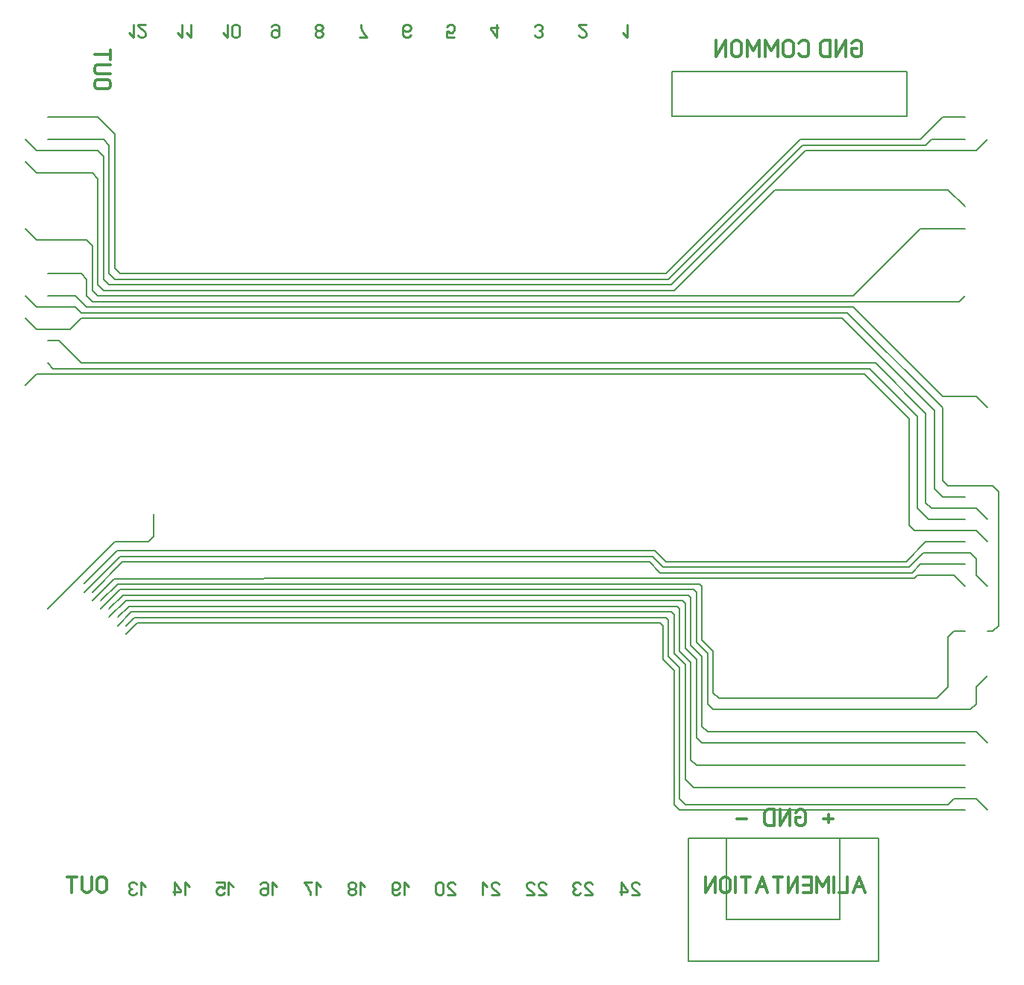
<source format=gbr>
%FSLAX34Y34*%
%MOMM*%
%LNSILK_BOTTOM*%
G71*
G01*
%ADD10C,0.333*%
%ADD11C,0.150*%
%ADD12C,0.254*%
%ADD13C,0.318*%
%ADD14C,0.200*%
%LPD*%
G54D10*
X1018748Y91884D02*
X1007548Y91884D01*
G54D10*
X1013148Y96551D02*
X1013148Y87217D01*
G54D10*
X981789Y93051D02*
X976189Y93051D01*
X976189Y87217D01*
X977589Y84884D01*
X980389Y83717D01*
X983189Y83717D01*
X985989Y84884D01*
X987389Y87217D01*
X987389Y98884D01*
X985989Y101217D01*
X983189Y102384D01*
X980389Y102384D01*
X977589Y101217D01*
X976189Y98884D01*
G54D10*
X969656Y83717D02*
X969656Y102384D01*
X958456Y83717D01*
X958456Y102384D01*
G54D10*
X951923Y83717D02*
X951923Y102384D01*
X944923Y102384D01*
X942123Y101217D01*
X940723Y98884D01*
X940723Y87217D01*
X942123Y84884D01*
X944923Y83717D01*
X951923Y83717D01*
G54D10*
X920564Y91884D02*
X909364Y91884D01*
G54D11*
X1102879Y890025D02*
X1102879Y940825D01*
X836179Y940825D01*
X836179Y890025D01*
X1102879Y890025D01*
G54D10*
X1045527Y966925D02*
X1039927Y966925D01*
X1039927Y961092D01*
X1041327Y958759D01*
X1044127Y957592D01*
X1046927Y957592D01*
X1049727Y958759D01*
X1051127Y961092D01*
X1051127Y972759D01*
X1049727Y975092D01*
X1046927Y976259D01*
X1044127Y976259D01*
X1041327Y975092D01*
X1039927Y972759D01*
G54D10*
X1033394Y957592D02*
X1033394Y976259D01*
X1022194Y957592D01*
X1022194Y976259D01*
G54D10*
X1015661Y957592D02*
X1015661Y976259D01*
X1008661Y976259D01*
X1005861Y975092D01*
X1004461Y972759D01*
X1004461Y961092D01*
X1005861Y958759D01*
X1008661Y957592D01*
X1015661Y957592D01*
G54D10*
X979915Y961092D02*
X981315Y958759D01*
X984115Y957592D01*
X986915Y957592D01*
X989715Y958759D01*
X991115Y961092D01*
X991115Y972759D01*
X989715Y975092D01*
X986915Y976259D01*
X984115Y976259D01*
X981315Y975092D01*
X979915Y972759D01*
G54D10*
X962182Y972759D02*
X962182Y961092D01*
X963582Y958759D01*
X966382Y957592D01*
X969182Y957592D01*
X971982Y958759D01*
X973382Y961092D01*
X973382Y972759D01*
X971982Y975092D01*
X969182Y976259D01*
X966382Y976259D01*
X963582Y975092D01*
X962182Y972759D01*
G54D10*
X955649Y957592D02*
X955649Y976259D01*
X948649Y964592D01*
X941649Y976259D01*
X941649Y957592D01*
G54D10*
X935116Y957592D02*
X935116Y976259D01*
X928116Y964592D01*
X921116Y976259D01*
X921116Y957592D01*
G54D10*
X903383Y972759D02*
X903383Y961092D01*
X904783Y958759D01*
X907583Y957592D01*
X910383Y957592D01*
X913183Y958759D01*
X914583Y961092D01*
X914583Y972759D01*
X913183Y975092D01*
X910383Y976259D01*
X907583Y976259D01*
X904783Y975092D01*
X903383Y972759D01*
G54D10*
X896850Y957592D02*
X896850Y976259D01*
X885650Y957592D01*
X885650Y976259D01*
G54D11*
X907900Y69300D02*
X897900Y69300D01*
X897900Y-22700D01*
X1026100Y-22700D01*
X1026100Y69300D01*
X1016100Y69300D01*
G54D11*
X854050Y-69700D02*
X854050Y70000D01*
X1069950Y70000D01*
X1069950Y-69700D01*
X854050Y-69700D01*
G54D12*
X219236Y985345D02*
X224570Y980012D01*
X224570Y994234D01*
G54D12*
X238081Y994234D02*
X229547Y994234D01*
X229547Y993345D01*
X230614Y991567D01*
X237014Y986234D01*
X238081Y984456D01*
X238080Y982678D01*
X237014Y980900D01*
X234881Y980012D01*
X232747Y980012D01*
X230614Y980900D01*
X229547Y982678D01*
G54D12*
X274204Y985345D02*
X279538Y980012D01*
X279538Y994234D01*
G54D12*
X284515Y985345D02*
X289849Y980012D01*
X289849Y994234D01*
G54D12*
X325972Y985345D02*
X331306Y980012D01*
X331306Y994234D01*
G54D12*
X344817Y982678D02*
X344817Y991567D01*
X343750Y993345D01*
X341617Y994234D01*
X339483Y994234D01*
X337350Y993345D01*
X336283Y991567D01*
X336283Y982678D01*
X337350Y980900D01*
X339483Y980012D01*
X341617Y980012D01*
X343750Y980901D01*
X344817Y982678D01*
G54D12*
X380940Y991567D02*
X382007Y993345D01*
X384140Y994234D01*
X386274Y994234D01*
X388407Y993345D01*
X389474Y991567D01*
X389474Y987123D01*
X389474Y986234D01*
X386274Y988012D01*
X384140Y988012D01*
X382007Y987123D01*
X380940Y985345D01*
X380940Y982678D01*
X382007Y980900D01*
X384140Y980012D01*
X386274Y980012D01*
X388407Y980900D01*
X389474Y982678D01*
X389474Y987123D01*
G54D12*
X436122Y987123D02*
X433988Y987123D01*
X431855Y986234D01*
X430788Y984456D01*
X430788Y982678D01*
X431855Y980900D01*
X433988Y980012D01*
X436122Y980012D01*
X438255Y980901D01*
X439322Y982678D01*
X439322Y984456D01*
X438255Y986234D01*
X436122Y987123D01*
X438255Y988012D01*
X439322Y989790D01*
X439322Y991567D01*
X438255Y993345D01*
X436122Y994234D01*
X433988Y994234D01*
X431855Y993345D01*
X430788Y991567D01*
X430788Y989790D01*
X431855Y988012D01*
X433988Y987123D01*
G54D12*
X480636Y980012D02*
X489170Y980012D01*
X488103Y981790D01*
X485970Y984456D01*
X483836Y988012D01*
X482770Y990678D01*
X482770Y994234D01*
G54D12*
X539018Y982678D02*
X537951Y980901D01*
X535818Y980012D01*
X533684Y980012D01*
X531551Y980900D01*
X530484Y982678D01*
X530484Y987123D01*
X530484Y988012D01*
X533684Y986234D01*
X535818Y986234D01*
X537951Y987123D01*
X539018Y988900D01*
X539018Y991567D01*
X537951Y993345D01*
X535818Y994234D01*
X533684Y994234D01*
X531551Y993345D01*
X530484Y991567D01*
X530484Y987123D01*
G54D12*
X588866Y980012D02*
X580332Y980012D01*
X580332Y986234D01*
X581399Y986234D01*
X583532Y985345D01*
X585666Y985345D01*
X587799Y986234D01*
X588866Y988012D01*
X588866Y991567D01*
X587799Y993345D01*
X585666Y994234D01*
X583532Y994234D01*
X581399Y993345D01*
X580332Y991567D01*
G54D12*
X636580Y994234D02*
X636580Y980012D01*
X630180Y988900D01*
X630180Y990678D01*
X638714Y990678D01*
G54D12*
X680028Y982678D02*
X681095Y980900D01*
X683228Y980012D01*
X685362Y980012D01*
X687495Y980900D01*
X688562Y982678D01*
X688562Y984456D01*
X687495Y986234D01*
X685362Y987123D01*
X687495Y988012D01*
X688562Y989790D01*
X688562Y991567D01*
X687495Y993345D01*
X685362Y994234D01*
X683228Y994234D01*
X681095Y993345D01*
X680028Y991567D01*
G54D12*
X738410Y994234D02*
X729876Y994234D01*
X729876Y993345D01*
X730943Y991567D01*
X737343Y986234D01*
X738410Y984456D01*
X738410Y982678D01*
X737343Y980900D01*
X735210Y980012D01*
X733076Y980012D01*
X730943Y980900D01*
X729876Y982678D01*
G54D12*
X779724Y985345D02*
X785058Y980012D01*
X785058Y994234D01*
G54D13*
X183006Y22563D02*
X183006Y11452D01*
X184339Y9230D01*
X187006Y8119D01*
X189672Y8119D01*
X192339Y9230D01*
X193672Y11452D01*
X193672Y22563D01*
X192339Y24785D01*
X189672Y25897D01*
X187006Y25897D01*
X184339Y24785D01*
X183006Y22563D01*
G54D13*
X176783Y25897D02*
X176783Y11452D01*
X175450Y9230D01*
X172783Y8119D01*
X170117Y8119D01*
X167450Y9230D01*
X166117Y11452D01*
X166117Y25897D01*
G54D13*
X154561Y8119D02*
X154561Y25897D01*
G54D13*
X159894Y25897D02*
X149228Y25897D01*
G54D12*
X789918Y5384D02*
X798451Y5384D01*
X798451Y6273D01*
X797385Y8051D01*
X790985Y13384D01*
X789918Y15162D01*
X789918Y16940D01*
X790985Y18717D01*
X793118Y19606D01*
X795251Y19606D01*
X797385Y18717D01*
X798451Y16940D01*
G54D12*
X778540Y5384D02*
X778540Y19606D01*
X784940Y10717D01*
X784940Y8940D01*
X776407Y8940D01*
G54D12*
X736941Y5384D02*
X745474Y5384D01*
X745474Y6273D01*
X744408Y8051D01*
X738008Y13384D01*
X736941Y15162D01*
X736941Y16940D01*
X738008Y18717D01*
X740141Y19606D01*
X742274Y19606D01*
X744408Y18717D01*
X745474Y16940D01*
G54D12*
X731963Y16940D02*
X730897Y18717D01*
X728763Y19606D01*
X726630Y19606D01*
X724497Y18717D01*
X723430Y16940D01*
X723430Y15162D01*
X724497Y13384D01*
X726630Y12495D01*
X724497Y11606D01*
X723430Y9828D01*
X723430Y8050D01*
X724497Y6273D01*
X726630Y5384D01*
X728763Y5384D01*
X730897Y6273D01*
X731963Y8050D01*
G54D12*
X683964Y5384D02*
X692497Y5384D01*
X692497Y6273D01*
X691431Y8051D01*
X685031Y13384D01*
X683964Y15162D01*
X683964Y16940D01*
X685031Y18717D01*
X687164Y19606D01*
X689297Y19606D01*
X691431Y18717D01*
X692497Y16940D01*
G54D12*
X670453Y5384D02*
X678986Y5384D01*
X678986Y6273D01*
X677920Y8051D01*
X671520Y13384D01*
X670453Y15162D01*
X670453Y16940D01*
X671520Y18717D01*
X673653Y19606D01*
X675786Y19606D01*
X677920Y18717D01*
X678986Y16940D01*
G54D12*
X630987Y5384D02*
X639520Y5384D01*
X639520Y6273D01*
X638454Y8051D01*
X632054Y13384D01*
X630987Y15162D01*
X630987Y16940D01*
X632054Y18717D01*
X634187Y19606D01*
X636320Y19606D01*
X638454Y18717D01*
X639520Y16940D01*
G54D12*
X626009Y14273D02*
X620676Y19606D01*
X620676Y5384D01*
G54D12*
X581210Y5384D02*
X589743Y5384D01*
X589743Y6273D01*
X588676Y8051D01*
X582276Y13384D01*
X581210Y15162D01*
X581210Y16940D01*
X582276Y18717D01*
X584410Y19606D01*
X586543Y19606D01*
X588676Y18717D01*
X589743Y16940D01*
G54D12*
X567699Y16940D02*
X567699Y8051D01*
X568766Y6273D01*
X570899Y5384D01*
X573032Y5384D01*
X575166Y6273D01*
X576232Y8051D01*
X576232Y16940D01*
X575166Y18717D01*
X573032Y19606D01*
X570899Y19606D01*
X568766Y18717D01*
X567699Y16940D01*
G54D12*
X536766Y14273D02*
X531433Y19606D01*
X531433Y5384D01*
G54D12*
X526455Y8051D02*
X525388Y6273D01*
X523255Y5384D01*
X521122Y5384D01*
X518988Y6273D01*
X517922Y8051D01*
X517922Y12495D01*
X517922Y13384D01*
X521122Y11606D01*
X523255Y11606D01*
X525389Y12495D01*
X526455Y14273D01*
X526455Y16940D01*
X525388Y18717D01*
X523255Y19606D01*
X521122Y19606D01*
X518988Y18717D01*
X517922Y16940D01*
X517922Y12495D01*
G54D12*
X486989Y14273D02*
X481656Y19606D01*
X481656Y5384D01*
G54D12*
X471345Y12495D02*
X473478Y12495D01*
X475612Y13384D01*
X476678Y15162D01*
X476678Y16940D01*
X475612Y18717D01*
X473478Y19606D01*
X471345Y19606D01*
X469212Y18717D01*
X468145Y16940D01*
X468145Y15162D01*
X469212Y13384D01*
X471345Y12495D01*
X469212Y11606D01*
X468145Y9828D01*
X468145Y8050D01*
X469212Y6273D01*
X471345Y5384D01*
X473478Y5384D01*
X475612Y6273D01*
X476678Y8051D01*
X476678Y9828D01*
X475612Y11606D01*
X473478Y12495D01*
G54D12*
X437212Y14273D02*
X431879Y19606D01*
X431879Y5384D01*
G54D12*
X426901Y19606D02*
X418368Y19606D01*
X419434Y17828D01*
X421568Y15162D01*
X423701Y11606D01*
X424768Y8940D01*
X424768Y5384D01*
G54D12*
X387435Y14273D02*
X382102Y19606D01*
X382102Y5384D01*
G54D12*
X368591Y16940D02*
X369658Y18717D01*
X371791Y19606D01*
X373924Y19606D01*
X376058Y18717D01*
X377124Y16940D01*
X377124Y12495D01*
X377124Y11606D01*
X373924Y13384D01*
X371791Y13384D01*
X369658Y12495D01*
X368591Y10717D01*
X368591Y8051D01*
X369658Y6273D01*
X371791Y5384D01*
X373924Y5384D01*
X376058Y6273D01*
X377124Y8051D01*
X377124Y12495D01*
G54D12*
X337658Y14273D02*
X332325Y19606D01*
X332325Y5384D01*
G54D12*
X318814Y19606D02*
X327347Y19606D01*
X327347Y13384D01*
X326280Y13384D01*
X324147Y14273D01*
X322014Y14273D01*
X319880Y13384D01*
X318814Y11606D01*
X318814Y8051D01*
X319880Y6273D01*
X322014Y5384D01*
X324147Y5384D01*
X326280Y6273D01*
X327347Y8051D01*
G54D12*
X287881Y14273D02*
X282548Y19606D01*
X282548Y5384D01*
G54D12*
X271170Y5384D02*
X271170Y19606D01*
X277570Y10717D01*
X277570Y8940D01*
X269037Y8940D01*
G54D12*
X238104Y14273D02*
X232771Y19606D01*
X232771Y5384D01*
G54D12*
X227793Y16940D02*
X226727Y18717D01*
X224593Y19606D01*
X222460Y19606D01*
X220326Y18717D01*
X219260Y16940D01*
X219260Y15162D01*
X220327Y13384D01*
X222460Y12495D01*
X220326Y11606D01*
X219260Y9828D01*
X219260Y8051D01*
X220326Y6273D01*
X222460Y5384D01*
X224593Y5384D01*
X226726Y6273D01*
X227793Y8051D01*
G54D13*
X194888Y931741D02*
X183776Y931741D01*
X181554Y930408D01*
X180443Y927741D01*
X180443Y925074D01*
X181554Y922408D01*
X183776Y921074D01*
X194888Y921074D01*
X197110Y922408D01*
X198221Y925074D01*
X198221Y927741D01*
X197110Y930408D01*
X194888Y931741D01*
G54D13*
X198221Y937963D02*
X183776Y937963D01*
X181554Y939297D01*
X180443Y941963D01*
X180443Y944630D01*
X181554Y947297D01*
X183776Y948630D01*
X198221Y948630D01*
G54D13*
X180443Y960186D02*
X198221Y960186D01*
G54D13*
X198221Y954852D02*
X198221Y965519D01*
G54D13*
X1054707Y7570D02*
X1048040Y25347D01*
X1041374Y7570D01*
G54D13*
X1052040Y14236D02*
X1044040Y14236D01*
G54D13*
X1035152Y25347D02*
X1035152Y7570D01*
X1025819Y7570D01*
G54D13*
X1019597Y7570D02*
X1019597Y25347D01*
G54D13*
X1013375Y7570D02*
X1013375Y25347D01*
X1006708Y14236D01*
X1000042Y25347D01*
X1000042Y7570D01*
G54D13*
X984487Y7570D02*
X993820Y7570D01*
X993820Y25347D01*
X984487Y25347D01*
G54D13*
X993820Y16458D02*
X984487Y16458D01*
G54D13*
X978265Y7570D02*
X978265Y25347D01*
X967598Y7570D01*
X967598Y25347D01*
G54D13*
X956043Y7570D02*
X956043Y25347D01*
G54D13*
X961376Y25347D02*
X950710Y25347D01*
G54D13*
X944487Y7570D02*
X937820Y25347D01*
X931154Y7570D01*
G54D13*
X941820Y14236D02*
X933820Y14236D01*
G54D13*
X919599Y7570D02*
X919599Y25347D01*
G54D13*
X924932Y25347D02*
X914266Y25347D01*
G54D13*
X908043Y7570D02*
X908043Y25347D01*
G54D13*
X891154Y22014D02*
X891154Y10903D01*
X892488Y8681D01*
X895154Y7570D01*
X897821Y7570D01*
X900488Y8681D01*
X901821Y10903D01*
X901821Y22014D01*
X900488Y24236D01*
X897821Y25347D01*
X895154Y25347D01*
X892488Y24236D01*
X891154Y22014D01*
G54D13*
X884932Y7570D02*
X884932Y25347D01*
X874266Y7570D01*
X874266Y25347D01*
G54D14*
X765175Y314325D02*
X234394Y314325D01*
G54D14*
X234394Y314325D02*
X228600Y314325D01*
X215952Y301677D01*
G54D14*
X215952Y311202D02*
X225425Y320675D01*
X730250Y320675D01*
G54D14*
X692150Y327025D02*
X222250Y327025D01*
X206375Y311150D01*
G54D14*
X206427Y320727D02*
X219075Y333375D01*
X650875Y333375D01*
G54D14*
X571500Y339725D02*
X215900Y339725D01*
X196902Y320727D01*
G54D14*
X528955Y346075D02*
X212725Y346075D01*
X196902Y330252D01*
G54D14*
X487045Y352425D02*
X209550Y352425D01*
X187377Y330252D01*
G54D14*
X444500Y358775D02*
X206375Y358775D01*
X187377Y339777D01*
G54D14*
X371727Y364425D02*
X202500Y364425D01*
X177852Y339777D01*
G54D14*
X328865Y383475D02*
X212025Y383475D01*
X177852Y349302D01*
G54D14*
X287272Y389825D02*
X208850Y389825D01*
X168327Y349302D01*
G54D14*
X245045Y396175D02*
X205675Y396175D01*
X168327Y358827D01*
G54D14*
X765175Y314325D02*
X822325Y314325D01*
G54D14*
X730250Y320675D02*
X828675Y320675D01*
G54D14*
X692150Y327025D02*
X835025Y327025D01*
G54D14*
X650875Y333375D02*
X841375Y333375D01*
G54D14*
X571500Y339725D02*
X847725Y339725D01*
G54D14*
X528955Y346075D02*
X854075Y346075D01*
G54D14*
X487045Y352425D02*
X860425Y352425D01*
G54D14*
X444500Y358775D02*
X866775Y358775D01*
G54D14*
X371727Y364425D02*
X372428Y365125D01*
X873125Y365125D01*
G54D14*
X328865Y383475D02*
X810325Y383475D01*
X822325Y371475D01*
X879475Y371475D01*
G54D14*
X287272Y389825D02*
X813500Y389825D01*
X825500Y377825D01*
X885825Y377825D01*
G54D14*
X245045Y396175D02*
X816675Y396175D01*
X828675Y384175D01*
X892175Y384175D01*
G54D14*
X127000Y330200D02*
X203200Y406400D01*
G54D14*
X203200Y406400D02*
X241300Y406400D01*
X247650Y412750D01*
X247650Y438150D01*
G54D14*
X822325Y314325D02*
X825500Y311150D01*
X825500Y273050D01*
X838200Y260350D01*
X838200Y107950D01*
X844550Y101600D01*
X1168400Y101600D01*
G54D14*
X828675Y320675D02*
X831850Y317500D01*
X831850Y276225D01*
X844550Y263525D01*
X844550Y114300D01*
X850900Y107950D01*
X1149350Y107950D01*
X1155700Y114300D01*
X1181100Y114300D01*
X1193800Y101600D01*
G54D14*
X835025Y327025D02*
X838200Y323850D01*
X838200Y279400D01*
X850900Y266700D01*
X850900Y136525D01*
X860425Y127000D01*
X1168400Y127000D01*
G54D14*
X841375Y333375D02*
X844550Y330200D01*
X844550Y282575D01*
X857250Y269875D01*
X857175Y158900D01*
X863600Y152400D01*
X1168400Y152400D01*
G54D14*
X847725Y339725D02*
X850900Y336550D01*
X850900Y285750D01*
X863600Y273050D01*
X863600Y184150D01*
X869950Y177800D01*
X1168400Y177800D01*
G54D14*
X854075Y346075D02*
X857250Y342900D01*
X857250Y288925D01*
X869950Y276225D01*
X869950Y196850D01*
G54D14*
X869950Y196850D02*
X876300Y190500D01*
X1181100Y190500D01*
X1193800Y177800D01*
G54D14*
X860425Y352425D02*
X863600Y349250D01*
X863600Y292100D01*
X876300Y279400D01*
X876300Y222250D01*
X882650Y215900D01*
X1168400Y215900D01*
G54D14*
X866775Y358775D02*
X869950Y355600D01*
X869950Y295275D01*
X882650Y282575D01*
X882650Y234950D01*
X889000Y228600D01*
X1136650Y228600D01*
X1149350Y241300D01*
G54D14*
X739775Y711200D02*
X828675Y711200D01*
G54D14*
X727075Y704850D02*
X831850Y704850D01*
G54D14*
X708025Y698500D02*
X835025Y698500D01*
G54D14*
X679450Y692150D02*
X838200Y692150D01*
G54D14*
X565150Y685800D02*
X850900Y685800D01*
G54D14*
X520700Y679450D02*
X857250Y679450D01*
G54D14*
X482600Y673100D02*
X863600Y673100D01*
G54D14*
X444500Y666750D02*
X869950Y666750D01*
G54D14*
X828675Y711200D02*
X981075Y863600D01*
X1117600Y863600D01*
X1143000Y889000D01*
X1168400Y889000D01*
G54D14*
X831850Y704850D02*
X984250Y857250D01*
X1123950Y857250D01*
G54D14*
X1123950Y857250D02*
X1130300Y863600D01*
X1168400Y863600D01*
G54D14*
X835025Y698500D02*
X987425Y850900D01*
X1181100Y850900D01*
X1193800Y863600D01*
G54D14*
X838200Y692150D02*
X952500Y806450D01*
X1149350Y806450D01*
X1168400Y787400D01*
G54D14*
X850900Y685800D02*
X1041400Y685800D01*
X1117600Y762000D01*
X1168400Y762000D01*
G54D14*
X857250Y679450D02*
X1162050Y679450D01*
X1168400Y685800D01*
G54D14*
X863600Y673100D02*
X1041400Y673100D01*
X1143000Y571500D01*
X1181100Y571500D01*
X1193800Y558800D01*
G54D14*
X869950Y666750D02*
X1035050Y666750D01*
X1143000Y558800D01*
X1143000Y533400D01*
G54D14*
X368300Y660400D02*
X1028700Y660400D01*
X1133475Y555625D01*
X1133475Y466725D01*
X1143000Y457200D01*
X1168400Y457200D01*
G54D14*
X330200Y609600D02*
X1066800Y609600D01*
X1123950Y552450D01*
X1123950Y450850D01*
G54D14*
X1123950Y450850D02*
X1130300Y444500D01*
X1181100Y444500D01*
X1193800Y431800D01*
G54D14*
X284480Y603250D02*
X1060450Y603250D01*
X1114425Y549275D01*
X1114425Y444500D01*
X1127125Y431800D01*
X1168400Y431800D01*
G54D14*
X238125Y596900D02*
X1054100Y596900D01*
X1104900Y546100D01*
X1104900Y425450D01*
G54D14*
X1104900Y425450D02*
X1111250Y419100D01*
X1181100Y419100D01*
X1193800Y406400D01*
G54D14*
X739775Y711200D02*
X209550Y711200D01*
X203200Y717550D01*
X203200Y869950D01*
X184150Y889000D01*
X127000Y889000D01*
G54D14*
X727075Y704850D02*
X203200Y704850D01*
X196850Y711200D01*
X196850Y857250D01*
X190500Y863600D01*
X127000Y863600D01*
G54D14*
X708025Y698500D02*
X196850Y698500D01*
X190500Y704850D01*
X190500Y844550D01*
X184150Y850900D01*
X114300Y850900D01*
X101600Y863600D01*
G54D14*
X679450Y692150D02*
X190500Y692150D01*
X184150Y698500D01*
X184150Y819150D01*
X177800Y825500D01*
X114300Y825500D01*
X101600Y838200D01*
G54D14*
X565150Y685800D02*
X184150Y685800D01*
X177800Y692150D01*
X177800Y742950D01*
X171450Y749300D01*
X114300Y749300D01*
X101600Y762000D01*
G54D14*
X520700Y679450D02*
X177800Y679450D01*
X171450Y685800D01*
X171450Y704850D01*
X165100Y711200D01*
X127000Y711200D01*
G54D14*
X482600Y673100D02*
X171450Y673100D01*
X158750Y685800D01*
X127000Y685800D01*
G54D14*
X444500Y666750D02*
X165100Y666750D01*
X158750Y673100D01*
X114300Y673100D01*
X101600Y685800D01*
G54D14*
X368300Y660400D02*
X165100Y660400D01*
X152400Y647700D01*
X114300Y647700D01*
X101600Y660400D01*
G54D14*
X330200Y609600D02*
X165100Y609600D01*
X139700Y635000D01*
X127000Y635000D01*
G54D14*
X284480Y603250D02*
X133350Y603250D01*
X127000Y609600D01*
G54D14*
X238125Y596900D02*
X114300Y596900D01*
X101600Y584200D01*
G54D14*
X892175Y384175D02*
X1101725Y384175D01*
X1123950Y406400D01*
X1168400Y406400D01*
G54D14*
X885825Y377825D02*
X1104900Y377825D01*
X1120775Y393700D01*
X1174750Y393700D01*
G54D14*
X879475Y371475D02*
X1108075Y371475D01*
X1117600Y381000D01*
X1168400Y381000D01*
G54D14*
X873125Y365125D02*
X1111250Y365125D01*
X1114425Y368300D01*
X1155700Y368300D01*
X1168400Y355600D01*
G54D14*
X1174750Y393700D02*
X1181100Y387350D01*
X1181100Y368300D01*
X1193800Y355600D01*
G54D14*
X1168400Y215900D02*
X1174750Y215900D01*
X1181100Y222250D01*
X1181100Y241300D01*
X1193800Y254000D01*
G54D14*
X1149350Y241300D02*
X1149350Y298450D01*
X1155700Y304800D01*
X1168400Y304800D01*
G54D14*
X1143000Y533400D02*
X1143000Y476250D01*
X1149350Y469900D01*
X1200150Y469900D01*
X1206500Y463550D01*
X1206500Y311150D01*
X1200150Y304800D01*
X1193800Y304800D01*
M02*

</source>
